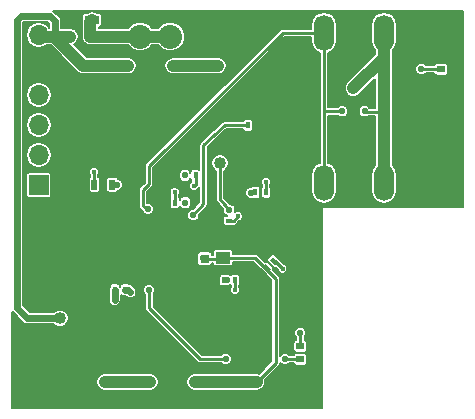
<source format=gbr>
G04 #@! TF.FileFunction,Copper,L2,Bot,Signal*
%FSLAX46Y46*%
G04 Gerber Fmt 4.6, Leading zero omitted, Abs format (unit mm)*
G04 Created by KiCad (PCBNEW 4.0.5) date 05/26/17 17:56:53*
%MOMM*%
%LPD*%
G01*
G04 APERTURE LIST*
%ADD10C,0.100000*%
%ADD11C,2.032000*%
%ADD12C,0.356000*%
%ADD13R,1.200000X0.750000*%
%ADD14R,0.600000X0.800000*%
%ADD15R,1.250000X1.000000*%
%ADD16R,0.750000X0.800000*%
%ADD17R,0.700000X0.600000*%
%ADD18R,1.700000X1.700000*%
%ADD19O,1.700000X1.700000*%
%ADD20O,1.727200X3.048000*%
%ADD21R,0.500000X0.900000*%
%ADD22R,0.400000X0.600000*%
%ADD23C,0.381000*%
%ADD24R,0.600000X0.400000*%
%ADD25C,1.016000*%
%ADD26C,0.558800*%
%ADD27C,0.254000*%
%ADD28C,1.016000*%
%ADD29C,0.558800*%
%ADD30C,0.152400*%
G04 APERTURE END LIST*
D10*
D11*
X13464540Y31521400D03*
X10924540Y31521400D03*
X12194540Y4597400D03*
D12*
X16880840Y18237200D03*
X20881340Y9956800D03*
X20881340Y10617200D03*
X20881340Y9296400D03*
X25681940Y5054600D03*
X25681940Y7594600D03*
X25681940Y10769600D03*
X25681940Y11404600D03*
X25681940Y8229600D03*
X25681940Y6324600D03*
X25681940Y5689600D03*
X25681940Y8864600D03*
X25681940Y10134600D03*
X25681940Y9499600D03*
X25681940Y6959600D03*
X20881340Y7315200D03*
X25681940Y3784600D03*
X16563340Y6756400D03*
X25681940Y4419600D03*
X18544540Y6756400D03*
X20957540Y15265400D03*
X18900140Y22453600D03*
X19204940Y6756400D03*
X17223740Y6756400D03*
X17884140Y6756400D03*
X19865340Y6756400D03*
X20881340Y8636000D03*
X15902940Y6756400D03*
X25681940Y3149600D03*
X25681940Y2514600D03*
X15255240Y6756400D03*
X25681940Y1244600D03*
X25681940Y609600D03*
X20525740Y6756400D03*
X25173940Y11785600D03*
X29085540Y17526000D03*
X27942540Y17526000D03*
X25402540Y15621000D03*
X24640540Y15621000D03*
X23815040Y15621000D03*
X23053040Y15621000D03*
X23815040Y16827500D03*
X23815040Y20066000D03*
X23815040Y21336000D03*
X34546540Y17526000D03*
X20474940Y14782800D03*
X10276840Y17767300D03*
X17693640Y15595600D03*
X36019740Y18516600D03*
X18900140Y20802600D03*
X14937740Y7327900D03*
X18290540Y9550400D03*
X16512540Y10972800D03*
X12588240Y10058400D03*
X19662140Y8166100D03*
X13934440Y7327900D03*
X19662140Y9309100D03*
X25681940Y1879600D03*
X18519140Y8166100D03*
X23230840Y7785100D03*
X20881340Y7975600D03*
X18430240Y17830800D03*
X25212040Y20955000D03*
X23713440Y22517100D03*
X33403540Y17526000D03*
X25212040Y17526000D03*
X25212040Y16383000D03*
X22291040Y15621000D03*
X21529040Y15621000D03*
X21516340Y22123400D03*
X25212040Y22237700D03*
X30228540Y17526000D03*
X18900140Y21640800D03*
X13591540Y12446000D03*
X12956540Y12446000D03*
X12321540Y12446000D03*
X11686540Y12446000D03*
X11051540Y12446000D03*
X11051540Y13081000D03*
X11686540Y13081000D03*
X12321540Y13081000D03*
X12956540Y13081000D03*
X13591540Y13081000D03*
X13591540Y13716000D03*
X12956540Y13716000D03*
X12321540Y13716000D03*
X11686540Y13716000D03*
X11051540Y13716000D03*
X11051540Y14351000D03*
X11686540Y14351000D03*
X12321540Y14351000D03*
X12956540Y14351000D03*
X13591540Y14351000D03*
X13591540Y14986000D03*
X12956540Y14986000D03*
X12321540Y14986000D03*
X11686540Y14986000D03*
X11051540Y14986000D03*
D13*
X6845340Y32943800D03*
X4945340Y32943800D03*
D14*
X4994540Y31521400D03*
X6694540Y31521400D03*
D15*
X17934940Y12804900D03*
X17934940Y14804900D03*
D16*
X16360140Y12712000D03*
X16360140Y14212000D03*
D17*
X36388040Y28769400D03*
X36388040Y27669400D03*
X24475440Y4212500D03*
X24475440Y5312500D03*
D18*
X2313940Y18948400D03*
D19*
X2313940Y21488400D03*
X2313940Y24028400D03*
X2313940Y26568400D03*
X2313940Y29108400D03*
X2313940Y31648400D03*
D20*
X31549340Y31851600D03*
X26469340Y31851600D03*
X31549340Y19151600D03*
X26469340Y19151600D03*
D21*
X7024940Y18999200D03*
X8524940Y18999200D03*
D10*
G36*
X21687953Y11558349D02*
X21263689Y11982613D01*
X21546531Y12265455D01*
X21970795Y11841191D01*
X21687953Y11558349D01*
X21687953Y11558349D01*
G37*
G36*
X22324349Y12194745D02*
X21900085Y12619009D01*
X22182927Y12901851D01*
X22607191Y12477587D01*
X22324349Y12194745D01*
X22324349Y12194745D01*
G37*
D22*
X14740040Y17462500D03*
X13840040Y17462500D03*
X15603640Y19773900D03*
X14703640Y19773900D03*
X20659940Y18338800D03*
X21559940Y18338800D03*
D23*
X7025640Y20053300D03*
X8752840Y9220200D03*
X22964140Y11887200D03*
X19217640Y16306800D03*
X15471140Y18859500D03*
X13832840Y18364200D03*
X18938240Y10058400D03*
X21567140Y19202400D03*
D22*
X8747340Y10109200D03*
X9647340Y10109200D03*
D24*
X18442940Y16833000D03*
X18442940Y15933000D03*
D22*
X18043740Y10909300D03*
X18943740Y10909300D03*
X20924940Y24028400D03*
X20024940Y24028400D03*
D25*
X15547340Y2286000D03*
X7927340Y2286000D03*
X11737340Y2286000D03*
D26*
X16216540Y12801600D03*
D25*
X17668240Y20815300D03*
D26*
X18442940Y16833000D03*
D25*
X28958540Y27152600D03*
D26*
X17515840Y29070300D03*
X13705840Y29070300D03*
X9895840Y29070300D03*
X29908540Y25196800D03*
X10086340Y9880600D03*
D25*
X4117340Y7683500D03*
D26*
X8917940Y18977100D03*
X18251140Y10910800D03*
X14721840Y17472660D03*
X14703640Y19773900D03*
X20291740Y18313400D03*
X34724340Y28778200D03*
X24475440Y6438900D03*
X28008540Y25196800D03*
X11572240Y16916400D03*
X15420340Y16395700D03*
X11635740Y10058400D03*
X18150840Y4216400D03*
X23167340Y4216400D03*
D27*
X21617242Y11911902D02*
X21617242Y11811698D01*
X21617242Y11811698D02*
X21973540Y11455400D01*
X22379940Y3886200D02*
X22379940Y11049000D01*
X20624040Y12804900D02*
X17934940Y12804900D01*
X22379940Y11049000D02*
X21973540Y11455400D01*
X21973540Y11455400D02*
X20624040Y12804900D01*
D28*
X19357340Y2286000D02*
X20779740Y2286000D01*
D27*
X20779740Y2286000D02*
X22379940Y3886200D01*
D28*
X7927340Y2286000D02*
X11737340Y2286000D01*
X15547340Y2286000D02*
X19357340Y2286000D01*
D27*
X22379940Y3886200D02*
X22379940Y3873500D01*
X16360140Y12712000D02*
X17842040Y12712000D01*
X17842040Y12712000D02*
X17934940Y12804900D01*
X16216540Y12801600D02*
X16306140Y12712000D01*
X16306140Y12712000D02*
X16360140Y12712000D01*
X17668240Y20815300D02*
X17668240Y17760100D01*
X17668240Y17760100D02*
X18442940Y16833000D01*
D28*
X31549340Y19151600D02*
X31549340Y31851600D01*
X28958540Y27152600D02*
X31549340Y29743400D01*
X31549340Y29743400D02*
X31549340Y31851600D01*
X3723640Y31521400D02*
X3723640Y31432500D01*
X13705840Y29070300D02*
X17515840Y29070300D01*
X6085840Y29070300D02*
X9895840Y29070300D01*
X3723640Y31432500D02*
X6085840Y29070300D01*
D27*
X31549340Y25146000D02*
X29959340Y25146000D01*
X29959340Y25146000D02*
X29908540Y25196800D01*
X31549340Y31851600D02*
X31549340Y25146000D01*
X31549340Y25146000D02*
X31549340Y19151600D01*
D29*
X9647340Y10109200D02*
X9857740Y10109200D01*
X9857740Y10109200D02*
X10086340Y9880600D01*
X3723640Y31521400D02*
X3723640Y32829500D01*
X1348740Y7683500D02*
X4117340Y7683500D01*
X472440Y8559800D02*
X1348740Y7683500D01*
X472440Y32931100D02*
X472440Y8559800D01*
X815340Y33274000D02*
X472440Y32931100D01*
X3279140Y33274000D02*
X815340Y33274000D01*
X3723640Y32829500D02*
X3279140Y33274000D01*
D28*
X4994540Y31521400D02*
X3723640Y31521400D01*
X3723640Y31521400D02*
X2440940Y31521400D01*
X2440940Y31521400D02*
X2313940Y31648400D01*
D27*
X8895840Y18999200D02*
X8524940Y18999200D01*
X8917940Y18977100D02*
X8895840Y18999200D01*
X18043740Y10909300D02*
X18249640Y10909300D01*
X18249640Y10909300D02*
X18251140Y10910800D01*
X14721840Y17472660D02*
X14732000Y17462500D01*
X14732000Y17462500D02*
X14740040Y17462500D01*
D28*
X6694540Y31521400D02*
X6694540Y32793000D01*
X6694540Y32793000D02*
X6845340Y32943800D01*
X6692940Y31519800D02*
X6694540Y31521400D01*
X13464540Y31521400D02*
X10924540Y31521400D01*
X10924540Y31521400D02*
X6694540Y31521400D01*
D27*
X20291740Y18313400D02*
X20634540Y18313400D01*
X20634540Y18313400D02*
X20659940Y18338800D01*
X20545640Y18313400D02*
X20291740Y18313400D01*
X20329840Y18351500D02*
X20367840Y18351500D01*
X20291740Y18313400D02*
X20329840Y18351500D01*
X20545640Y18313400D02*
X20558340Y18326100D01*
X34733140Y28769400D02*
X36388040Y28769400D01*
X34724340Y28778200D02*
X34733140Y28769400D01*
X24475440Y5312500D02*
X24475440Y6438900D01*
X22253638Y12548298D02*
X22303042Y12548298D01*
X22303042Y12548298D02*
X22964140Y11887200D01*
X18442940Y15933000D02*
X18843840Y15933000D01*
X18843840Y15933000D02*
X19217640Y16306800D01*
X13832840Y18364200D02*
X13832840Y17469700D01*
X13832840Y17469700D02*
X13840040Y17462500D01*
X15603640Y19773900D02*
X15603640Y18992000D01*
X15603640Y18992000D02*
X15471140Y18859500D01*
X15598140Y19768400D02*
X15603640Y19773900D01*
X28008540Y25196800D02*
X26469340Y25196800D01*
X26469340Y19151600D02*
X26469340Y25196800D01*
X26469340Y25196800D02*
X26469340Y31851600D01*
X11572240Y16916400D02*
X11470640Y16916400D01*
X22964140Y31851600D02*
X26469340Y31851600D01*
X11673840Y20561300D02*
X22964140Y31851600D01*
X11673840Y19024600D02*
X11673840Y20561300D01*
X11165840Y18516600D02*
X11673840Y19024600D01*
X11165840Y17221200D02*
X11165840Y18516600D01*
X11470640Y16916400D02*
X11165840Y17221200D01*
X18938240Y10058400D02*
X18938240Y10903800D01*
X18938240Y10903800D02*
X18943740Y10909300D01*
X7025640Y20053300D02*
X7025640Y18999900D01*
X7025640Y18999900D02*
X7024940Y18999200D01*
D29*
X8747340Y10109200D02*
X8747340Y9225700D01*
X8747340Y9225700D02*
X8752840Y9220200D01*
D27*
X18074640Y24028400D02*
X20024940Y24028400D01*
X16271240Y22339300D02*
X18074640Y24028400D01*
X16271240Y17360900D02*
X16271240Y22339300D01*
X15420340Y16395700D02*
X16271240Y17360900D01*
X21559940Y18338800D02*
X21559940Y19195200D01*
X21559940Y19195200D02*
X21567140Y19202400D01*
X11635740Y10058400D02*
X11686540Y10007600D01*
X11686540Y10007600D02*
X11686540Y8521700D01*
X11686540Y8521700D02*
X15991840Y4216400D01*
X15991840Y4216400D02*
X18150840Y4216400D01*
X23171240Y4212500D02*
X24475440Y4212500D01*
X23167340Y4216400D02*
X23171240Y4212500D01*
D30*
G36*
X38280340Y17068800D02*
X26380440Y17068800D01*
X26350794Y17062797D01*
X26325819Y17045732D01*
X26309451Y17020295D01*
X26304240Y16992600D01*
X26304240Y76200D01*
X78740Y76200D01*
X78740Y2140124D01*
X7190612Y2140124D01*
X7302517Y1869295D01*
X7509545Y1661905D01*
X7780178Y1549528D01*
X8073216Y1549272D01*
X8073526Y1549400D01*
X11736697Y1549400D01*
X11883216Y1549272D01*
X12154045Y1661177D01*
X12361435Y1868205D01*
X12473812Y2138838D01*
X12473813Y2140124D01*
X14810612Y2140124D01*
X14922517Y1869295D01*
X15129545Y1661905D01*
X15400178Y1549528D01*
X15693216Y1549272D01*
X15693526Y1549400D01*
X20779740Y1549400D01*
X21061625Y1605470D01*
X21300595Y1765145D01*
X21460270Y2004115D01*
X21516340Y2286000D01*
X21477566Y2480932D01*
X22593113Y3596479D01*
X22631387Y3622053D01*
X22708472Y3737418D01*
X22735540Y3873500D01*
X22735540Y3931166D01*
X22736428Y3929017D01*
X22879206Y3785990D01*
X23065849Y3708489D01*
X23267944Y3708312D01*
X23454723Y3785488D01*
X23526260Y3856900D01*
X23902824Y3856900D01*
X23908302Y3827786D01*
X23958368Y3749982D01*
X24034760Y3697785D01*
X24125440Y3679422D01*
X24825440Y3679422D01*
X24910154Y3695362D01*
X24987958Y3745428D01*
X25040155Y3821820D01*
X25058518Y3912500D01*
X25058518Y4512500D01*
X25042578Y4597214D01*
X24992512Y4675018D01*
X24916120Y4727215D01*
X24825440Y4745578D01*
X24125440Y4745578D01*
X24040726Y4729638D01*
X23962922Y4679572D01*
X23910725Y4603180D01*
X23903621Y4568100D01*
X23534047Y4568100D01*
X23455474Y4646810D01*
X23268831Y4724311D01*
X23066736Y4724488D01*
X22879957Y4647312D01*
X22736930Y4504534D01*
X22735540Y4501187D01*
X22735540Y5612500D01*
X23892362Y5612500D01*
X23892362Y5012500D01*
X23908302Y4927786D01*
X23958368Y4849982D01*
X24034760Y4797785D01*
X24125440Y4779422D01*
X24825440Y4779422D01*
X24910154Y4795362D01*
X24987958Y4845428D01*
X25040155Y4921820D01*
X25058518Y5012500D01*
X25058518Y5612500D01*
X25042578Y5697214D01*
X24992512Y5775018D01*
X24916120Y5827215D01*
X24831040Y5844444D01*
X24831040Y6076086D01*
X24905850Y6150766D01*
X24983351Y6337409D01*
X24983528Y6539504D01*
X24906352Y6726283D01*
X24763574Y6869310D01*
X24576931Y6946811D01*
X24374836Y6946988D01*
X24188057Y6869812D01*
X24045030Y6727034D01*
X23967529Y6540391D01*
X23967352Y6338296D01*
X24044528Y6151517D01*
X24119840Y6076074D01*
X24119840Y5844524D01*
X24040726Y5829638D01*
X23962922Y5779572D01*
X23910725Y5703180D01*
X23892362Y5612500D01*
X22735540Y5612500D01*
X22735540Y11049000D01*
X22708472Y11185082D01*
X22631387Y11300447D01*
X22184245Y11747589D01*
X22203851Y11837971D01*
X22186742Y11928897D01*
X22135606Y12006002D01*
X21711342Y12430266D01*
X21640169Y12478897D01*
X21549751Y12498511D01*
X21458825Y12481402D01*
X21453779Y12478055D01*
X21309605Y12622229D01*
X21667029Y12622229D01*
X21684138Y12531303D01*
X21735274Y12454198D01*
X22159538Y12029934D01*
X22230711Y11981303D01*
X22321129Y11961689D01*
X22376364Y11972082D01*
X22545476Y11802970D01*
X22608637Y11650109D01*
X22726429Y11532111D01*
X22880410Y11468173D01*
X23047138Y11468027D01*
X23201231Y11531697D01*
X23319229Y11649489D01*
X23383167Y11803470D01*
X23383313Y11970198D01*
X23319643Y12124291D01*
X23201851Y12242289D01*
X23048104Y12306130D01*
X22831064Y12523170D01*
X22823138Y12565293D01*
X22772002Y12642398D01*
X22347738Y13066662D01*
X22276565Y13115293D01*
X22186147Y13134907D01*
X22095221Y13117798D01*
X22018116Y13066662D01*
X21735274Y12783820D01*
X21686643Y12712647D01*
X21667029Y12622229D01*
X21309605Y12622229D01*
X20875487Y13056347D01*
X20760123Y13133432D01*
X20624040Y13160500D01*
X18793018Y13160500D01*
X18793018Y13304900D01*
X18777078Y13389614D01*
X18727012Y13467418D01*
X18650620Y13519615D01*
X18559940Y13537978D01*
X17309940Y13537978D01*
X17225226Y13522038D01*
X17147422Y13471972D01*
X17095225Y13395580D01*
X17076862Y13304900D01*
X17076862Y13067600D01*
X16968218Y13067600D01*
X16968218Y13112000D01*
X16952278Y13196714D01*
X16902212Y13274518D01*
X16825820Y13326715D01*
X16735140Y13345078D01*
X15985140Y13345078D01*
X15900426Y13329138D01*
X15822622Y13279072D01*
X15770425Y13202680D01*
X15752062Y13112000D01*
X15752062Y13007689D01*
X15708629Y12903091D01*
X15708452Y12700996D01*
X15752062Y12595452D01*
X15752062Y12312000D01*
X15768002Y12227286D01*
X15818068Y12149482D01*
X15894460Y12097285D01*
X15985140Y12078922D01*
X16735140Y12078922D01*
X16819854Y12094862D01*
X16897658Y12144928D01*
X16949855Y12221320D01*
X16968218Y12312000D01*
X16968218Y12356400D01*
X17076862Y12356400D01*
X17076862Y12304900D01*
X17092802Y12220186D01*
X17142868Y12142382D01*
X17219260Y12090185D01*
X17309940Y12071822D01*
X18559940Y12071822D01*
X18644654Y12087762D01*
X18722458Y12137828D01*
X18774655Y12214220D01*
X18793018Y12304900D01*
X18793018Y12449300D01*
X20476746Y12449300D01*
X21080435Y11845611D01*
X21098878Y11817802D01*
X21523142Y11393538D01*
X21552714Y11373332D01*
X22024340Y10901706D01*
X22024340Y4033494D01*
X20974672Y2983826D01*
X20779740Y3022600D01*
X15547983Y3022600D01*
X15401464Y3022728D01*
X15130635Y2910823D01*
X14923245Y2703795D01*
X14810868Y2433162D01*
X14810612Y2140124D01*
X12473813Y2140124D01*
X12474068Y2431876D01*
X12362163Y2702705D01*
X12155135Y2910095D01*
X11884502Y3022472D01*
X11591464Y3022728D01*
X11591154Y3022600D01*
X7927983Y3022600D01*
X7781464Y3022728D01*
X7510635Y2910823D01*
X7303245Y2703795D01*
X7190868Y2433162D01*
X7190612Y2140124D01*
X78740Y2140124D01*
X78740Y8252208D01*
X113230Y8200590D01*
X989530Y7324290D01*
X1154336Y7214169D01*
X1186590Y7207754D01*
X1348740Y7175500D01*
X3583653Y7175500D01*
X3699545Y7059405D01*
X3970178Y6947028D01*
X4263216Y6946772D01*
X4534045Y7058677D01*
X4741435Y7265705D01*
X4853812Y7536338D01*
X4854068Y7829376D01*
X4742163Y8100205D01*
X4535135Y8307595D01*
X4264502Y8419972D01*
X3971464Y8420228D01*
X3700635Y8308323D01*
X3583608Y8191500D01*
X1559160Y8191500D01*
X980440Y8770220D01*
X980440Y10109200D01*
X8239340Y10109200D01*
X8239340Y9225700D01*
X8278009Y9031297D01*
X8388130Y8866490D01*
X8393630Y8860990D01*
X8558436Y8750869D01*
X8752840Y8712200D01*
X8947243Y8750869D01*
X9112050Y8860990D01*
X9222171Y9025797D01*
X9260840Y9220200D01*
X9255340Y9247851D01*
X9255340Y9685421D01*
X9280268Y9646682D01*
X9356660Y9594485D01*
X9447340Y9576122D01*
X9672398Y9576122D01*
X9727104Y9521416D01*
X9798206Y9450190D01*
X9891933Y9411271D01*
X9891936Y9411269D01*
X9891940Y9411268D01*
X9984849Y9372689D01*
X10186944Y9372512D01*
X10373723Y9449688D01*
X10516750Y9592466D01*
X10594251Y9779109D01*
X10594407Y9957796D01*
X11127652Y9957796D01*
X11204828Y9771017D01*
X11330940Y9644685D01*
X11330940Y8521700D01*
X11358008Y8385617D01*
X11435093Y8270253D01*
X15740393Y3964953D01*
X15855758Y3887868D01*
X15991840Y3860800D01*
X17788026Y3860800D01*
X17862706Y3785990D01*
X18049349Y3708489D01*
X18251444Y3708312D01*
X18438223Y3785488D01*
X18581250Y3928266D01*
X18658751Y4114909D01*
X18658928Y4317004D01*
X18581752Y4503783D01*
X18438974Y4646810D01*
X18252331Y4724311D01*
X18050236Y4724488D01*
X17863457Y4647312D01*
X17788014Y4572000D01*
X16139134Y4572000D01*
X12042140Y8668994D01*
X12042140Y9746298D01*
X12066150Y9770266D01*
X12143651Y9956909D01*
X12143828Y10159004D01*
X12066652Y10345783D01*
X11923874Y10488810D01*
X11737231Y10566311D01*
X11535136Y10566488D01*
X11348357Y10489312D01*
X11205330Y10346534D01*
X11127829Y10159891D01*
X11127652Y9957796D01*
X10594407Y9957796D01*
X10594428Y9981204D01*
X10555672Y10075001D01*
X10555671Y10075004D01*
X10555669Y10075006D01*
X10517252Y10167983D01*
X10374474Y10311010D01*
X10374262Y10311098D01*
X10216950Y10468410D01*
X10052143Y10578531D01*
X9984851Y10591916D01*
X9938020Y10623915D01*
X9847340Y10642278D01*
X9447340Y10642278D01*
X9362626Y10626338D01*
X9284822Y10576272D01*
X9232625Y10499880D01*
X9214262Y10409200D01*
X9214262Y10357859D01*
X9197340Y10332534D01*
X9180418Y10357859D01*
X9180418Y10409200D01*
X9164478Y10493914D01*
X9114412Y10571718D01*
X9038020Y10623915D01*
X8947340Y10642278D01*
X8547340Y10642278D01*
X8462626Y10626338D01*
X8384822Y10576272D01*
X8332625Y10499880D01*
X8314262Y10409200D01*
X8314262Y10357859D01*
X8278009Y10303603D01*
X8239340Y10109200D01*
X980440Y10109200D01*
X980440Y11209300D01*
X17610662Y11209300D01*
X17610662Y10609300D01*
X17626602Y10524586D01*
X17676668Y10446782D01*
X17753060Y10394585D01*
X17843740Y10376222D01*
X18243740Y10376222D01*
X18328454Y10392162D01*
X18344858Y10402718D01*
X18351744Y10402712D01*
X18538523Y10479888D01*
X18548777Y10490125D01*
X18576668Y10446782D01*
X18582640Y10442701D01*
X18582640Y10294880D01*
X18519213Y10142130D01*
X18519067Y9975402D01*
X18582737Y9821309D01*
X18700529Y9703311D01*
X18854510Y9639373D01*
X19021238Y9639227D01*
X19175331Y9702897D01*
X19293329Y9820689D01*
X19357267Y9974670D01*
X19357413Y10141398D01*
X19293840Y10295256D01*
X19293840Y10434237D01*
X19306258Y10442228D01*
X19358455Y10518620D01*
X19376818Y10609300D01*
X19376818Y11209300D01*
X19360878Y11294014D01*
X19310812Y11371818D01*
X19234420Y11424015D01*
X19143740Y11442378D01*
X18743740Y11442378D01*
X18659026Y11426438D01*
X18581222Y11376372D01*
X18549914Y11330552D01*
X18539274Y11341210D01*
X18352631Y11418711D01*
X18342169Y11418720D01*
X18334420Y11424015D01*
X18243740Y11442378D01*
X17843740Y11442378D01*
X17759026Y11426438D01*
X17681222Y11376372D01*
X17629025Y11299980D01*
X17610662Y11209300D01*
X980440Y11209300D01*
X980440Y19798400D01*
X1230862Y19798400D01*
X1230862Y18098400D01*
X1246802Y18013686D01*
X1296868Y17935882D01*
X1373260Y17883685D01*
X1463940Y17865322D01*
X3163940Y17865322D01*
X3248654Y17881262D01*
X3326458Y17931328D01*
X3378655Y18007720D01*
X3397018Y18098400D01*
X3397018Y19449200D01*
X6541862Y19449200D01*
X6541862Y18549200D01*
X6557802Y18464486D01*
X6607868Y18386682D01*
X6684260Y18334485D01*
X6774940Y18316122D01*
X7274940Y18316122D01*
X7359654Y18332062D01*
X7437458Y18382128D01*
X7489655Y18458520D01*
X7508018Y18549200D01*
X7508018Y19449200D01*
X8041862Y19449200D01*
X8041862Y18549200D01*
X8057802Y18464486D01*
X8107868Y18386682D01*
X8184260Y18334485D01*
X8274940Y18316122D01*
X8774940Y18316122D01*
X8859654Y18332062D01*
X8937458Y18382128D01*
X8989655Y18458520D01*
X8991784Y18469035D01*
X9018544Y18469012D01*
X9133715Y18516600D01*
X10810240Y18516600D01*
X10810240Y17221200D01*
X10837308Y17085117D01*
X10914393Y16969753D01*
X11064156Y16819990D01*
X11064152Y16815796D01*
X11141328Y16629017D01*
X11284106Y16485990D01*
X11470749Y16408489D01*
X11672844Y16408312D01*
X11859623Y16485488D01*
X12002650Y16628266D01*
X12080151Y16814909D01*
X12080328Y17017004D01*
X12003152Y17203783D01*
X11860374Y17346810D01*
X11673731Y17424311D01*
X11521440Y17424444D01*
X11521440Y17762500D01*
X13406962Y17762500D01*
X13406962Y17162500D01*
X13422902Y17077786D01*
X13472968Y16999982D01*
X13549360Y16947785D01*
X13640040Y16929422D01*
X14040040Y16929422D01*
X14124754Y16945362D01*
X14202558Y16995428D01*
X14254755Y17071820D01*
X14273118Y17162500D01*
X14273118Y17228380D01*
X14290928Y17185277D01*
X14306962Y17169215D01*
X14306962Y17162500D01*
X14322902Y17077786D01*
X14372968Y16999982D01*
X14449360Y16947785D01*
X14540040Y16929422D01*
X14940040Y16929422D01*
X15024754Y16945362D01*
X15102558Y16995428D01*
X15154755Y17071820D01*
X15173118Y17162500D01*
X15173118Y17234782D01*
X15229751Y17371169D01*
X15229928Y17573264D01*
X15173118Y17710754D01*
X15173118Y17762500D01*
X15157178Y17847214D01*
X15107112Y17925018D01*
X15030720Y17977215D01*
X14940040Y17995578D01*
X14540040Y17995578D01*
X14455326Y17979638D01*
X14377522Y17929572D01*
X14325325Y17853180D01*
X14310464Y17779795D01*
X14291430Y17760794D01*
X14273118Y17716694D01*
X14273118Y17762500D01*
X14257178Y17847214D01*
X14207112Y17925018D01*
X14188440Y17937776D01*
X14188440Y18127720D01*
X14251867Y18280470D01*
X14252013Y18447198D01*
X14188343Y18601291D01*
X14070551Y18719289D01*
X13916570Y18783227D01*
X13749842Y18783373D01*
X13595749Y18719703D01*
X13477751Y18601911D01*
X13413813Y18447930D01*
X13413667Y18281202D01*
X13477240Y18127344D01*
X13477240Y17929159D01*
X13425325Y17853180D01*
X13406962Y17762500D01*
X11521440Y17762500D01*
X11521440Y18369306D01*
X11925287Y18773152D01*
X11978984Y18853515D01*
X12002372Y18888518D01*
X12029440Y19024600D01*
X12029440Y19673296D01*
X14195552Y19673296D01*
X14270562Y19491759D01*
X14270562Y19473900D01*
X14286502Y19389186D01*
X14336568Y19311382D01*
X14412960Y19259185D01*
X14503640Y19240822D01*
X14903640Y19240822D01*
X14988354Y19256762D01*
X15066158Y19306828D01*
X15118355Y19383220D01*
X15136718Y19473900D01*
X15136718Y19492191D01*
X15170562Y19573697D01*
X15170562Y19473900D01*
X15186502Y19389186D01*
X15236568Y19311382D01*
X15248040Y19303543D01*
X15248040Y19220784D01*
X15234049Y19215003D01*
X15116051Y19097211D01*
X15052113Y18943230D01*
X15051967Y18776502D01*
X15115637Y18622409D01*
X15233429Y18504411D01*
X15387410Y18440473D01*
X15554138Y18440327D01*
X15708231Y18503997D01*
X15826229Y18621789D01*
X15890167Y18775770D01*
X15890182Y18793076D01*
X15915640Y18831176D01*
X15915640Y17495265D01*
X15394148Y16903723D01*
X15319736Y16903788D01*
X15132957Y16826612D01*
X14989930Y16683834D01*
X14912429Y16497191D01*
X14912252Y16295096D01*
X14989428Y16108317D01*
X15132206Y15965290D01*
X15318849Y15887789D01*
X15520944Y15887612D01*
X15707723Y15964788D01*
X15850750Y16107566D01*
X15928251Y16294209D01*
X15928374Y16434244D01*
X16537984Y17125743D01*
X16567318Y17176247D01*
X16599772Y17224818D01*
X16601982Y17235929D01*
X16607670Y17245722D01*
X16615443Y17303601D01*
X16626840Y17360900D01*
X16626840Y20669424D01*
X16931512Y20669424D01*
X17043417Y20398595D01*
X17250445Y20191205D01*
X17312640Y20165379D01*
X17312640Y17760100D01*
X17323134Y17707341D01*
X17328880Y17653863D01*
X17336575Y17639768D01*
X17339708Y17624018D01*
X17369591Y17579295D01*
X17395367Y17532083D01*
X17909862Y16916376D01*
X17909862Y16633000D01*
X17925802Y16548286D01*
X17975868Y16470482D01*
X18052260Y16418285D01*
X18142940Y16399922D01*
X18161231Y16399922D01*
X18242737Y16366078D01*
X18142940Y16366078D01*
X18058226Y16350138D01*
X17980422Y16300072D01*
X17928225Y16223680D01*
X17909862Y16133000D01*
X17909862Y15733000D01*
X17925802Y15648286D01*
X17975868Y15570482D01*
X18052260Y15518285D01*
X18142940Y15499922D01*
X18742940Y15499922D01*
X18827654Y15515862D01*
X18905458Y15565928D01*
X18924221Y15593388D01*
X18979923Y15604468D01*
X19095287Y15681553D01*
X19301870Y15888136D01*
X19454731Y15951297D01*
X19572729Y16069089D01*
X19636667Y16223070D01*
X19636813Y16389798D01*
X19573143Y16543891D01*
X19455351Y16661889D01*
X19301370Y16725827D01*
X19134642Y16725973D01*
X18980549Y16662303D01*
X18976018Y16657780D01*
X18976018Y17033000D01*
X18960078Y17117714D01*
X18910012Y17195518D01*
X18833620Y17247715D01*
X18742940Y17266078D01*
X18724649Y17266078D01*
X18544431Y17340911D01*
X18481883Y17340966D01*
X18023840Y17889116D01*
X18023840Y18212796D01*
X19783652Y18212796D01*
X19860828Y18026017D01*
X20003606Y17882990D01*
X20190249Y17805489D01*
X20392344Y17805312D01*
X20415242Y17814773D01*
X20459940Y17805722D01*
X20859940Y17805722D01*
X20944654Y17821662D01*
X21022458Y17871728D01*
X21074655Y17948120D01*
X21093018Y18038800D01*
X21093018Y18638800D01*
X21126862Y18638800D01*
X21126862Y18038800D01*
X21142802Y17954086D01*
X21192868Y17876282D01*
X21269260Y17824085D01*
X21359940Y17805722D01*
X21759940Y17805722D01*
X21844654Y17821662D01*
X21922458Y17871728D01*
X21974655Y17948120D01*
X21993018Y18038800D01*
X21993018Y18638800D01*
X21977078Y18723514D01*
X21927012Y18801318D01*
X21915540Y18809157D01*
X21915540Y18958012D01*
X21922229Y18964689D01*
X21986167Y19118670D01*
X21986313Y19285398D01*
X21922643Y19439491D01*
X21804851Y19557489D01*
X21650870Y19621427D01*
X21484142Y19621573D01*
X21330049Y19557903D01*
X21212051Y19440111D01*
X21148113Y19286130D01*
X21147967Y19119402D01*
X21204340Y18982969D01*
X21204340Y18810324D01*
X21197422Y18805872D01*
X21145225Y18729480D01*
X21126862Y18638800D01*
X21093018Y18638800D01*
X21077078Y18723514D01*
X21027012Y18801318D01*
X20950620Y18853515D01*
X20859940Y18871878D01*
X20459940Y18871878D01*
X20375226Y18855938D01*
X20321512Y18821374D01*
X20191136Y18821488D01*
X20004357Y18744312D01*
X19861330Y18601534D01*
X19783829Y18414891D01*
X19783652Y18212796D01*
X18023840Y18212796D01*
X18023840Y20165229D01*
X18084945Y20190477D01*
X18292335Y20397505D01*
X18404712Y20668138D01*
X18404968Y20961176D01*
X18293063Y21232005D01*
X18086035Y21439395D01*
X17815402Y21551772D01*
X17522364Y21552028D01*
X17251535Y21440123D01*
X17044145Y21233095D01*
X16931768Y20962462D01*
X16931512Y20669424D01*
X16626840Y20669424D01*
X16626840Y22185144D01*
X18215164Y23672800D01*
X19602324Y23672800D01*
X19607802Y23643686D01*
X19657868Y23565882D01*
X19734260Y23513685D01*
X19824940Y23495322D01*
X20224940Y23495322D01*
X20309654Y23511262D01*
X20387458Y23561328D01*
X20439655Y23637720D01*
X20458018Y23728400D01*
X20458018Y24328400D01*
X20442078Y24413114D01*
X20392012Y24490918D01*
X20315620Y24543115D01*
X20224940Y24561478D01*
X19824940Y24561478D01*
X19740226Y24545538D01*
X19662422Y24495472D01*
X19610225Y24419080D01*
X19603121Y24384000D01*
X18074640Y24384000D01*
X18012192Y24371579D01*
X17949377Y24361207D01*
X17944357Y24358086D01*
X17938558Y24356932D01*
X17885626Y24321564D01*
X17831552Y24287938D01*
X16028152Y22598837D01*
X16024708Y22594031D01*
X16019793Y22590747D01*
X15984426Y22537816D01*
X15947335Y22486056D01*
X15945992Y22480297D01*
X15942708Y22475382D01*
X15930285Y22412928D01*
X15915831Y22350932D01*
X15916794Y22345101D01*
X15915640Y22339300D01*
X15915640Y20274048D01*
X15894320Y20288615D01*
X15803640Y20306978D01*
X15403640Y20306978D01*
X15318926Y20291038D01*
X15241122Y20240972D01*
X15188925Y20164580D01*
X15170562Y20073900D01*
X15170562Y19974133D01*
X15136718Y20056041D01*
X15136718Y20073900D01*
X15120778Y20158614D01*
X15070712Y20236418D01*
X14994320Y20288615D01*
X14903640Y20306978D01*
X14503640Y20306978D01*
X14418926Y20291038D01*
X14341122Y20240972D01*
X14288925Y20164580D01*
X14270562Y20073900D01*
X14270562Y20055609D01*
X14195729Y19875391D01*
X14195552Y19673296D01*
X12029440Y19673296D01*
X12029440Y20414006D01*
X23111434Y31496000D01*
X25377140Y31496000D01*
X25377140Y31156865D01*
X25460279Y30738898D01*
X25697038Y30384563D01*
X26051373Y30147804D01*
X26113740Y30135398D01*
X26113740Y20867802D01*
X26051373Y20855396D01*
X25697038Y20618637D01*
X25460279Y20264302D01*
X25377140Y19846335D01*
X25377140Y18456865D01*
X25460279Y18038898D01*
X25697038Y17684563D01*
X26051373Y17447804D01*
X26469340Y17364665D01*
X26887307Y17447804D01*
X27241642Y17684563D01*
X27478401Y18038898D01*
X27561540Y18456865D01*
X27561540Y19846335D01*
X27478401Y20264302D01*
X27241642Y20618637D01*
X26887307Y20855396D01*
X26824940Y20867802D01*
X26824940Y24841200D01*
X27645726Y24841200D01*
X27720406Y24766390D01*
X27907049Y24688889D01*
X28109144Y24688712D01*
X28295923Y24765888D01*
X28438950Y24908666D01*
X28516451Y25095309D01*
X28516628Y25297404D01*
X28439452Y25484183D01*
X28296674Y25627210D01*
X28110031Y25704711D01*
X27907936Y25704888D01*
X27721157Y25627712D01*
X27645714Y25552400D01*
X26824940Y25552400D01*
X26824940Y27006724D01*
X28221812Y27006724D01*
X28333717Y26735895D01*
X28540745Y26528505D01*
X28811378Y26416128D01*
X29104416Y26415872D01*
X29375245Y26527777D01*
X29582635Y26734805D01*
X29582763Y26735113D01*
X30812740Y27965090D01*
X30812740Y25501600D01*
X30322065Y25501600D01*
X30196674Y25627210D01*
X30010031Y25704711D01*
X29807936Y25704888D01*
X29621157Y25627712D01*
X29478130Y25484934D01*
X29400629Y25298291D01*
X29400452Y25096196D01*
X29477628Y24909417D01*
X29620406Y24766390D01*
X29807049Y24688889D01*
X30009144Y24688712D01*
X30195923Y24765888D01*
X30220478Y24790400D01*
X30812740Y24790400D01*
X30812740Y20642492D01*
X30777038Y20618637D01*
X30540279Y20264302D01*
X30457140Y19846335D01*
X30457140Y18456865D01*
X30540279Y18038898D01*
X30777038Y17684563D01*
X31131373Y17447804D01*
X31549340Y17364665D01*
X31967307Y17447804D01*
X32321642Y17684563D01*
X32558401Y18038898D01*
X32641540Y18456865D01*
X32641540Y19846335D01*
X32558401Y20264302D01*
X32321642Y20618637D01*
X32285940Y20642492D01*
X32285940Y28677596D01*
X34216252Y28677596D01*
X34293428Y28490817D01*
X34436206Y28347790D01*
X34622849Y28270289D01*
X34824944Y28270112D01*
X35011723Y28347288D01*
X35078351Y28413800D01*
X35815424Y28413800D01*
X35820902Y28384686D01*
X35870968Y28306882D01*
X35947360Y28254685D01*
X36038040Y28236322D01*
X36738040Y28236322D01*
X36822754Y28252262D01*
X36900558Y28302328D01*
X36952755Y28378720D01*
X36971118Y28469400D01*
X36971118Y29069400D01*
X36955178Y29154114D01*
X36905112Y29231918D01*
X36828720Y29284115D01*
X36738040Y29302478D01*
X36038040Y29302478D01*
X35953326Y29286538D01*
X35875522Y29236472D01*
X35823325Y29160080D01*
X35816221Y29125000D01*
X35095938Y29125000D01*
X35012474Y29208610D01*
X34825831Y29286111D01*
X34623736Y29286288D01*
X34436957Y29209112D01*
X34293930Y29066334D01*
X34216429Y28879691D01*
X34216252Y28677596D01*
X32285940Y28677596D01*
X32285940Y30360708D01*
X32321642Y30384563D01*
X32558401Y30738898D01*
X32641540Y31156865D01*
X32641540Y32546335D01*
X32558401Y32964302D01*
X32321642Y33318637D01*
X31967307Y33555396D01*
X31549340Y33638535D01*
X31131373Y33555396D01*
X30777038Y33318637D01*
X30540279Y32964302D01*
X30457140Y32546335D01*
X30457140Y31156865D01*
X30540279Y30738898D01*
X30777038Y30384563D01*
X30812740Y30360708D01*
X30812740Y30048510D01*
X28437685Y27673455D01*
X28334445Y27570395D01*
X28222068Y27299762D01*
X28221812Y27006724D01*
X26824940Y27006724D01*
X26824940Y30135398D01*
X26887307Y30147804D01*
X27241642Y30384563D01*
X27478401Y30738898D01*
X27561540Y31156865D01*
X27561540Y32546335D01*
X27478401Y32964302D01*
X27241642Y33318637D01*
X26887307Y33555396D01*
X26469340Y33638535D01*
X26051373Y33555396D01*
X25697038Y33318637D01*
X25460279Y32964302D01*
X25377140Y32546335D01*
X25377140Y32207200D01*
X22964140Y32207200D01*
X22828058Y32180132D01*
X22727634Y32113030D01*
X22712693Y32103047D01*
X11422393Y20812747D01*
X11345308Y20697383D01*
X11345308Y20697382D01*
X11318240Y20561300D01*
X11318240Y19171895D01*
X10914393Y18768047D01*
X10837308Y18652683D01*
X10829941Y18615647D01*
X10810240Y18516600D01*
X9133715Y18516600D01*
X9205323Y18546188D01*
X9348350Y18688966D01*
X9425851Y18875609D01*
X9426028Y19077704D01*
X9348852Y19264483D01*
X9206074Y19407510D01*
X9019431Y19485011D01*
X9001277Y19485027D01*
X8992078Y19533914D01*
X8942012Y19611718D01*
X8865620Y19663915D01*
X8774940Y19682278D01*
X8274940Y19682278D01*
X8190226Y19666338D01*
X8112422Y19616272D01*
X8060225Y19539880D01*
X8041862Y19449200D01*
X7508018Y19449200D01*
X7492078Y19533914D01*
X7442012Y19611718D01*
X7381240Y19653242D01*
X7381240Y19816820D01*
X7444667Y19969570D01*
X7444813Y20136298D01*
X7381143Y20290391D01*
X7263351Y20408389D01*
X7109370Y20472327D01*
X6942642Y20472473D01*
X6788549Y20408803D01*
X6670551Y20291011D01*
X6606613Y20137030D01*
X6606467Y19970302D01*
X6670040Y19816444D01*
X6670040Y19653349D01*
X6612422Y19616272D01*
X6560225Y19539880D01*
X6541862Y19449200D01*
X3397018Y19449200D01*
X3397018Y19798400D01*
X3381078Y19883114D01*
X3331012Y19960918D01*
X3254620Y20013115D01*
X3163940Y20031478D01*
X1463940Y20031478D01*
X1379226Y20015538D01*
X1301422Y19965472D01*
X1249225Y19889080D01*
X1230862Y19798400D01*
X980440Y19798400D01*
X980440Y21488400D01*
X1214209Y21488400D01*
X1296313Y21075638D01*
X1530124Y20725715D01*
X1880047Y20491904D01*
X2292809Y20409800D01*
X2335071Y20409800D01*
X2747833Y20491904D01*
X3097756Y20725715D01*
X3331567Y21075638D01*
X3413671Y21488400D01*
X3331567Y21901162D01*
X3097756Y22251085D01*
X2747833Y22484896D01*
X2335071Y22567000D01*
X2292809Y22567000D01*
X1880047Y22484896D01*
X1530124Y22251085D01*
X1296313Y21901162D01*
X1214209Y21488400D01*
X980440Y21488400D01*
X980440Y24028400D01*
X1214209Y24028400D01*
X1296313Y23615638D01*
X1530124Y23265715D01*
X1880047Y23031904D01*
X2292809Y22949800D01*
X2335071Y22949800D01*
X2747833Y23031904D01*
X3097756Y23265715D01*
X3331567Y23615638D01*
X3413671Y24028400D01*
X3331567Y24441162D01*
X3097756Y24791085D01*
X2747833Y25024896D01*
X2335071Y25107000D01*
X2292809Y25107000D01*
X1880047Y25024896D01*
X1530124Y24791085D01*
X1296313Y24441162D01*
X1214209Y24028400D01*
X980440Y24028400D01*
X980440Y26568400D01*
X1214209Y26568400D01*
X1296313Y26155638D01*
X1530124Y25805715D01*
X1880047Y25571904D01*
X2292809Y25489800D01*
X2335071Y25489800D01*
X2747833Y25571904D01*
X3097756Y25805715D01*
X3331567Y26155638D01*
X3413671Y26568400D01*
X3331567Y26981162D01*
X3097756Y27331085D01*
X2747833Y27564896D01*
X2335071Y27647000D01*
X2292809Y27647000D01*
X1880047Y27564896D01*
X1530124Y27331085D01*
X1296313Y26981162D01*
X1214209Y26568400D01*
X980440Y26568400D01*
X980440Y32720680D01*
X1025760Y32766000D01*
X3068720Y32766000D01*
X3215640Y32619080D01*
X3215640Y32258000D01*
X3200044Y32258000D01*
X3097756Y32411085D01*
X2747833Y32644896D01*
X2335071Y32727000D01*
X2292809Y32727000D01*
X1880047Y32644896D01*
X1530124Y32411085D01*
X1296313Y32061162D01*
X1214209Y31648400D01*
X1296313Y31235638D01*
X1530124Y30885715D01*
X1880047Y30651904D01*
X2292809Y30569800D01*
X2335071Y30569800D01*
X2747833Y30651904D01*
X2946726Y30784800D01*
X3329630Y30784800D01*
X5564985Y28549445D01*
X5803955Y28389770D01*
X6085840Y28333700D01*
X9895840Y28333700D01*
X10177725Y28389770D01*
X10416695Y28549445D01*
X10576370Y28788415D01*
X10632440Y29070300D01*
X12969240Y29070300D01*
X13025310Y28788415D01*
X13184985Y28549445D01*
X13423955Y28389770D01*
X13705840Y28333700D01*
X17515840Y28333700D01*
X17797725Y28389770D01*
X18036695Y28549445D01*
X18196370Y28788415D01*
X18252440Y29070300D01*
X18196370Y29352185D01*
X18036695Y29591155D01*
X17797725Y29750830D01*
X17515840Y29806900D01*
X13705840Y29806900D01*
X13423955Y29750830D01*
X13184985Y29591155D01*
X13025310Y29352185D01*
X12969240Y29070300D01*
X10632440Y29070300D01*
X10576370Y29352185D01*
X10416695Y29591155D01*
X10177725Y29750830D01*
X9895840Y29806900D01*
X6390950Y29806900D01*
X5324714Y30873136D01*
X5368179Y30902178D01*
X5379254Y30904262D01*
X5457058Y30954328D01*
X5466158Y30967646D01*
X5515395Y31000545D01*
X5675070Y31239515D01*
X5730821Y31519800D01*
X5956340Y31519800D01*
X6012410Y31237915D01*
X6172085Y30998945D01*
X6224017Y30964245D01*
X6227468Y30958882D01*
X6303860Y30906685D01*
X6312902Y30904854D01*
X6411055Y30839270D01*
X6692940Y30783200D01*
X6700984Y30784800D01*
X9901259Y30784800D01*
X10218610Y30466895D01*
X10675888Y30277017D01*
X11171020Y30276585D01*
X11628628Y30465664D01*
X11948321Y30784800D01*
X12441259Y30784800D01*
X12758610Y30466895D01*
X13215888Y30277017D01*
X13711020Y30276585D01*
X14168628Y30465664D01*
X14519045Y30815470D01*
X14708923Y31272748D01*
X14709355Y31767880D01*
X14520276Y32225488D01*
X14170470Y32575905D01*
X13713192Y32765783D01*
X13218060Y32766215D01*
X12760452Y32577136D01*
X12440759Y32258000D01*
X11947821Y32258000D01*
X11630470Y32575905D01*
X11173192Y32765783D01*
X10678060Y32766215D01*
X10220452Y32577136D01*
X9900759Y32258000D01*
X7431140Y32258000D01*
X7431140Y32335722D01*
X7445340Y32335722D01*
X7530054Y32351662D01*
X7607858Y32401728D01*
X7660055Y32478120D01*
X7678418Y32568800D01*
X7678418Y33318800D01*
X7662478Y33403514D01*
X7612412Y33481318D01*
X7536020Y33533515D01*
X7445340Y33551878D01*
X7235656Y33551878D01*
X7127224Y33624330D01*
X6845340Y33680400D01*
X6563455Y33624330D01*
X6455023Y33551878D01*
X6245340Y33551878D01*
X6160626Y33535938D01*
X6082822Y33485872D01*
X6030625Y33409480D01*
X6012262Y33318800D01*
X6012262Y33066097D01*
X5957940Y32793000D01*
X5957940Y31527844D01*
X5956340Y31519800D01*
X5730821Y31519800D01*
X5731140Y31521400D01*
X5675070Y31803285D01*
X5515395Y32042255D01*
X5468076Y32073873D01*
X5461612Y32083918D01*
X5385220Y32136115D01*
X5370447Y32139107D01*
X5276425Y32201930D01*
X4994540Y32258000D01*
X4231640Y32258000D01*
X4231640Y32829500D01*
X4192971Y33023903D01*
X4082850Y33188710D01*
X3638350Y33633210D01*
X3529712Y33705800D01*
X38280340Y33705800D01*
X38280340Y17068800D01*
X38280340Y17068800D01*
G37*
X38280340Y17068800D02*
X26380440Y17068800D01*
X26350794Y17062797D01*
X26325819Y17045732D01*
X26309451Y17020295D01*
X26304240Y16992600D01*
X26304240Y76200D01*
X78740Y76200D01*
X78740Y2140124D01*
X7190612Y2140124D01*
X7302517Y1869295D01*
X7509545Y1661905D01*
X7780178Y1549528D01*
X8073216Y1549272D01*
X8073526Y1549400D01*
X11736697Y1549400D01*
X11883216Y1549272D01*
X12154045Y1661177D01*
X12361435Y1868205D01*
X12473812Y2138838D01*
X12473813Y2140124D01*
X14810612Y2140124D01*
X14922517Y1869295D01*
X15129545Y1661905D01*
X15400178Y1549528D01*
X15693216Y1549272D01*
X15693526Y1549400D01*
X20779740Y1549400D01*
X21061625Y1605470D01*
X21300595Y1765145D01*
X21460270Y2004115D01*
X21516340Y2286000D01*
X21477566Y2480932D01*
X22593113Y3596479D01*
X22631387Y3622053D01*
X22708472Y3737418D01*
X22735540Y3873500D01*
X22735540Y3931166D01*
X22736428Y3929017D01*
X22879206Y3785990D01*
X23065849Y3708489D01*
X23267944Y3708312D01*
X23454723Y3785488D01*
X23526260Y3856900D01*
X23902824Y3856900D01*
X23908302Y3827786D01*
X23958368Y3749982D01*
X24034760Y3697785D01*
X24125440Y3679422D01*
X24825440Y3679422D01*
X24910154Y3695362D01*
X24987958Y3745428D01*
X25040155Y3821820D01*
X25058518Y3912500D01*
X25058518Y4512500D01*
X25042578Y4597214D01*
X24992512Y4675018D01*
X24916120Y4727215D01*
X24825440Y4745578D01*
X24125440Y4745578D01*
X24040726Y4729638D01*
X23962922Y4679572D01*
X23910725Y4603180D01*
X23903621Y4568100D01*
X23534047Y4568100D01*
X23455474Y4646810D01*
X23268831Y4724311D01*
X23066736Y4724488D01*
X22879957Y4647312D01*
X22736930Y4504534D01*
X22735540Y4501187D01*
X22735540Y5612500D01*
X23892362Y5612500D01*
X23892362Y5012500D01*
X23908302Y4927786D01*
X23958368Y4849982D01*
X24034760Y4797785D01*
X24125440Y4779422D01*
X24825440Y4779422D01*
X24910154Y4795362D01*
X24987958Y4845428D01*
X25040155Y4921820D01*
X25058518Y5012500D01*
X25058518Y5612500D01*
X25042578Y5697214D01*
X24992512Y5775018D01*
X24916120Y5827215D01*
X24831040Y5844444D01*
X24831040Y6076086D01*
X24905850Y6150766D01*
X24983351Y6337409D01*
X24983528Y6539504D01*
X24906352Y6726283D01*
X24763574Y6869310D01*
X24576931Y6946811D01*
X24374836Y6946988D01*
X24188057Y6869812D01*
X24045030Y6727034D01*
X23967529Y6540391D01*
X23967352Y6338296D01*
X24044528Y6151517D01*
X24119840Y6076074D01*
X24119840Y5844524D01*
X24040726Y5829638D01*
X23962922Y5779572D01*
X23910725Y5703180D01*
X23892362Y5612500D01*
X22735540Y5612500D01*
X22735540Y11049000D01*
X22708472Y11185082D01*
X22631387Y11300447D01*
X22184245Y11747589D01*
X22203851Y11837971D01*
X22186742Y11928897D01*
X22135606Y12006002D01*
X21711342Y12430266D01*
X21640169Y12478897D01*
X21549751Y12498511D01*
X21458825Y12481402D01*
X21453779Y12478055D01*
X21309605Y12622229D01*
X21667029Y12622229D01*
X21684138Y12531303D01*
X21735274Y12454198D01*
X22159538Y12029934D01*
X22230711Y11981303D01*
X22321129Y11961689D01*
X22376364Y11972082D01*
X22545476Y11802970D01*
X22608637Y11650109D01*
X22726429Y11532111D01*
X22880410Y11468173D01*
X23047138Y11468027D01*
X23201231Y11531697D01*
X23319229Y11649489D01*
X23383167Y11803470D01*
X23383313Y11970198D01*
X23319643Y12124291D01*
X23201851Y12242289D01*
X23048104Y12306130D01*
X22831064Y12523170D01*
X22823138Y12565293D01*
X22772002Y12642398D01*
X22347738Y13066662D01*
X22276565Y13115293D01*
X22186147Y13134907D01*
X22095221Y13117798D01*
X22018116Y13066662D01*
X21735274Y12783820D01*
X21686643Y12712647D01*
X21667029Y12622229D01*
X21309605Y12622229D01*
X20875487Y13056347D01*
X20760123Y13133432D01*
X20624040Y13160500D01*
X18793018Y13160500D01*
X18793018Y13304900D01*
X18777078Y13389614D01*
X18727012Y13467418D01*
X18650620Y13519615D01*
X18559940Y13537978D01*
X17309940Y13537978D01*
X17225226Y13522038D01*
X17147422Y13471972D01*
X17095225Y13395580D01*
X17076862Y13304900D01*
X17076862Y13067600D01*
X16968218Y13067600D01*
X16968218Y13112000D01*
X16952278Y13196714D01*
X16902212Y13274518D01*
X16825820Y13326715D01*
X16735140Y13345078D01*
X15985140Y13345078D01*
X15900426Y13329138D01*
X15822622Y13279072D01*
X15770425Y13202680D01*
X15752062Y13112000D01*
X15752062Y13007689D01*
X15708629Y12903091D01*
X15708452Y12700996D01*
X15752062Y12595452D01*
X15752062Y12312000D01*
X15768002Y12227286D01*
X15818068Y12149482D01*
X15894460Y12097285D01*
X15985140Y12078922D01*
X16735140Y12078922D01*
X16819854Y12094862D01*
X16897658Y12144928D01*
X16949855Y12221320D01*
X16968218Y12312000D01*
X16968218Y12356400D01*
X17076862Y12356400D01*
X17076862Y12304900D01*
X17092802Y12220186D01*
X17142868Y12142382D01*
X17219260Y12090185D01*
X17309940Y12071822D01*
X18559940Y12071822D01*
X18644654Y12087762D01*
X18722458Y12137828D01*
X18774655Y12214220D01*
X18793018Y12304900D01*
X18793018Y12449300D01*
X20476746Y12449300D01*
X21080435Y11845611D01*
X21098878Y11817802D01*
X21523142Y11393538D01*
X21552714Y11373332D01*
X22024340Y10901706D01*
X22024340Y4033494D01*
X20974672Y2983826D01*
X20779740Y3022600D01*
X15547983Y3022600D01*
X15401464Y3022728D01*
X15130635Y2910823D01*
X14923245Y2703795D01*
X14810868Y2433162D01*
X14810612Y2140124D01*
X12473813Y2140124D01*
X12474068Y2431876D01*
X12362163Y2702705D01*
X12155135Y2910095D01*
X11884502Y3022472D01*
X11591464Y3022728D01*
X11591154Y3022600D01*
X7927983Y3022600D01*
X7781464Y3022728D01*
X7510635Y2910823D01*
X7303245Y2703795D01*
X7190868Y2433162D01*
X7190612Y2140124D01*
X78740Y2140124D01*
X78740Y8252208D01*
X113230Y8200590D01*
X989530Y7324290D01*
X1154336Y7214169D01*
X1186590Y7207754D01*
X1348740Y7175500D01*
X3583653Y7175500D01*
X3699545Y7059405D01*
X3970178Y6947028D01*
X4263216Y6946772D01*
X4534045Y7058677D01*
X4741435Y7265705D01*
X4853812Y7536338D01*
X4854068Y7829376D01*
X4742163Y8100205D01*
X4535135Y8307595D01*
X4264502Y8419972D01*
X3971464Y8420228D01*
X3700635Y8308323D01*
X3583608Y8191500D01*
X1559160Y8191500D01*
X980440Y8770220D01*
X980440Y10109200D01*
X8239340Y10109200D01*
X8239340Y9225700D01*
X8278009Y9031297D01*
X8388130Y8866490D01*
X8393630Y8860990D01*
X8558436Y8750869D01*
X8752840Y8712200D01*
X8947243Y8750869D01*
X9112050Y8860990D01*
X9222171Y9025797D01*
X9260840Y9220200D01*
X9255340Y9247851D01*
X9255340Y9685421D01*
X9280268Y9646682D01*
X9356660Y9594485D01*
X9447340Y9576122D01*
X9672398Y9576122D01*
X9727104Y9521416D01*
X9798206Y9450190D01*
X9891933Y9411271D01*
X9891936Y9411269D01*
X9891940Y9411268D01*
X9984849Y9372689D01*
X10186944Y9372512D01*
X10373723Y9449688D01*
X10516750Y9592466D01*
X10594251Y9779109D01*
X10594407Y9957796D01*
X11127652Y9957796D01*
X11204828Y9771017D01*
X11330940Y9644685D01*
X11330940Y8521700D01*
X11358008Y8385617D01*
X11435093Y8270253D01*
X15740393Y3964953D01*
X15855758Y3887868D01*
X15991840Y3860800D01*
X17788026Y3860800D01*
X17862706Y3785990D01*
X18049349Y3708489D01*
X18251444Y3708312D01*
X18438223Y3785488D01*
X18581250Y3928266D01*
X18658751Y4114909D01*
X18658928Y4317004D01*
X18581752Y4503783D01*
X18438974Y4646810D01*
X18252331Y4724311D01*
X18050236Y4724488D01*
X17863457Y4647312D01*
X17788014Y4572000D01*
X16139134Y4572000D01*
X12042140Y8668994D01*
X12042140Y9746298D01*
X12066150Y9770266D01*
X12143651Y9956909D01*
X12143828Y10159004D01*
X12066652Y10345783D01*
X11923874Y10488810D01*
X11737231Y10566311D01*
X11535136Y10566488D01*
X11348357Y10489312D01*
X11205330Y10346534D01*
X11127829Y10159891D01*
X11127652Y9957796D01*
X10594407Y9957796D01*
X10594428Y9981204D01*
X10555672Y10075001D01*
X10555671Y10075004D01*
X10555669Y10075006D01*
X10517252Y10167983D01*
X10374474Y10311010D01*
X10374262Y10311098D01*
X10216950Y10468410D01*
X10052143Y10578531D01*
X9984851Y10591916D01*
X9938020Y10623915D01*
X9847340Y10642278D01*
X9447340Y10642278D01*
X9362626Y10626338D01*
X9284822Y10576272D01*
X9232625Y10499880D01*
X9214262Y10409200D01*
X9214262Y10357859D01*
X9197340Y10332534D01*
X9180418Y10357859D01*
X9180418Y10409200D01*
X9164478Y10493914D01*
X9114412Y10571718D01*
X9038020Y10623915D01*
X8947340Y10642278D01*
X8547340Y10642278D01*
X8462626Y10626338D01*
X8384822Y10576272D01*
X8332625Y10499880D01*
X8314262Y10409200D01*
X8314262Y10357859D01*
X8278009Y10303603D01*
X8239340Y10109200D01*
X980440Y10109200D01*
X980440Y11209300D01*
X17610662Y11209300D01*
X17610662Y10609300D01*
X17626602Y10524586D01*
X17676668Y10446782D01*
X17753060Y10394585D01*
X17843740Y10376222D01*
X18243740Y10376222D01*
X18328454Y10392162D01*
X18344858Y10402718D01*
X18351744Y10402712D01*
X18538523Y10479888D01*
X18548777Y10490125D01*
X18576668Y10446782D01*
X18582640Y10442701D01*
X18582640Y10294880D01*
X18519213Y10142130D01*
X18519067Y9975402D01*
X18582737Y9821309D01*
X18700529Y9703311D01*
X18854510Y9639373D01*
X19021238Y9639227D01*
X19175331Y9702897D01*
X19293329Y9820689D01*
X19357267Y9974670D01*
X19357413Y10141398D01*
X19293840Y10295256D01*
X19293840Y10434237D01*
X19306258Y10442228D01*
X19358455Y10518620D01*
X19376818Y10609300D01*
X19376818Y11209300D01*
X19360878Y11294014D01*
X19310812Y11371818D01*
X19234420Y11424015D01*
X19143740Y11442378D01*
X18743740Y11442378D01*
X18659026Y11426438D01*
X18581222Y11376372D01*
X18549914Y11330552D01*
X18539274Y11341210D01*
X18352631Y11418711D01*
X18342169Y11418720D01*
X18334420Y11424015D01*
X18243740Y11442378D01*
X17843740Y11442378D01*
X17759026Y11426438D01*
X17681222Y11376372D01*
X17629025Y11299980D01*
X17610662Y11209300D01*
X980440Y11209300D01*
X980440Y19798400D01*
X1230862Y19798400D01*
X1230862Y18098400D01*
X1246802Y18013686D01*
X1296868Y17935882D01*
X1373260Y17883685D01*
X1463940Y17865322D01*
X3163940Y17865322D01*
X3248654Y17881262D01*
X3326458Y17931328D01*
X3378655Y18007720D01*
X3397018Y18098400D01*
X3397018Y19449200D01*
X6541862Y19449200D01*
X6541862Y18549200D01*
X6557802Y18464486D01*
X6607868Y18386682D01*
X6684260Y18334485D01*
X6774940Y18316122D01*
X7274940Y18316122D01*
X7359654Y18332062D01*
X7437458Y18382128D01*
X7489655Y18458520D01*
X7508018Y18549200D01*
X7508018Y19449200D01*
X8041862Y19449200D01*
X8041862Y18549200D01*
X8057802Y18464486D01*
X8107868Y18386682D01*
X8184260Y18334485D01*
X8274940Y18316122D01*
X8774940Y18316122D01*
X8859654Y18332062D01*
X8937458Y18382128D01*
X8989655Y18458520D01*
X8991784Y18469035D01*
X9018544Y18469012D01*
X9133715Y18516600D01*
X10810240Y18516600D01*
X10810240Y17221200D01*
X10837308Y17085117D01*
X10914393Y16969753D01*
X11064156Y16819990D01*
X11064152Y16815796D01*
X11141328Y16629017D01*
X11284106Y16485990D01*
X11470749Y16408489D01*
X11672844Y16408312D01*
X11859623Y16485488D01*
X12002650Y16628266D01*
X12080151Y16814909D01*
X12080328Y17017004D01*
X12003152Y17203783D01*
X11860374Y17346810D01*
X11673731Y17424311D01*
X11521440Y17424444D01*
X11521440Y17762500D01*
X13406962Y17762500D01*
X13406962Y17162500D01*
X13422902Y17077786D01*
X13472968Y16999982D01*
X13549360Y16947785D01*
X13640040Y16929422D01*
X14040040Y16929422D01*
X14124754Y16945362D01*
X14202558Y16995428D01*
X14254755Y17071820D01*
X14273118Y17162500D01*
X14273118Y17228380D01*
X14290928Y17185277D01*
X14306962Y17169215D01*
X14306962Y17162500D01*
X14322902Y17077786D01*
X14372968Y16999982D01*
X14449360Y16947785D01*
X14540040Y16929422D01*
X14940040Y16929422D01*
X15024754Y16945362D01*
X15102558Y16995428D01*
X15154755Y17071820D01*
X15173118Y17162500D01*
X15173118Y17234782D01*
X15229751Y17371169D01*
X15229928Y17573264D01*
X15173118Y17710754D01*
X15173118Y17762500D01*
X15157178Y17847214D01*
X15107112Y17925018D01*
X15030720Y17977215D01*
X14940040Y17995578D01*
X14540040Y17995578D01*
X14455326Y17979638D01*
X14377522Y17929572D01*
X14325325Y17853180D01*
X14310464Y17779795D01*
X14291430Y17760794D01*
X14273118Y17716694D01*
X14273118Y17762500D01*
X14257178Y17847214D01*
X14207112Y17925018D01*
X14188440Y17937776D01*
X14188440Y18127720D01*
X14251867Y18280470D01*
X14252013Y18447198D01*
X14188343Y18601291D01*
X14070551Y18719289D01*
X13916570Y18783227D01*
X13749842Y18783373D01*
X13595749Y18719703D01*
X13477751Y18601911D01*
X13413813Y18447930D01*
X13413667Y18281202D01*
X13477240Y18127344D01*
X13477240Y17929159D01*
X13425325Y17853180D01*
X13406962Y17762500D01*
X11521440Y17762500D01*
X11521440Y18369306D01*
X11925287Y18773152D01*
X11978984Y18853515D01*
X12002372Y18888518D01*
X12029440Y19024600D01*
X12029440Y19673296D01*
X14195552Y19673296D01*
X14270562Y19491759D01*
X14270562Y19473900D01*
X14286502Y19389186D01*
X14336568Y19311382D01*
X14412960Y19259185D01*
X14503640Y19240822D01*
X14903640Y19240822D01*
X14988354Y19256762D01*
X15066158Y19306828D01*
X15118355Y19383220D01*
X15136718Y19473900D01*
X15136718Y19492191D01*
X15170562Y19573697D01*
X15170562Y19473900D01*
X15186502Y19389186D01*
X15236568Y19311382D01*
X15248040Y19303543D01*
X15248040Y19220784D01*
X15234049Y19215003D01*
X15116051Y19097211D01*
X15052113Y18943230D01*
X15051967Y18776502D01*
X15115637Y18622409D01*
X15233429Y18504411D01*
X15387410Y18440473D01*
X15554138Y18440327D01*
X15708231Y18503997D01*
X15826229Y18621789D01*
X15890167Y18775770D01*
X15890182Y18793076D01*
X15915640Y18831176D01*
X15915640Y17495265D01*
X15394148Y16903723D01*
X15319736Y16903788D01*
X15132957Y16826612D01*
X14989930Y16683834D01*
X14912429Y16497191D01*
X14912252Y16295096D01*
X14989428Y16108317D01*
X15132206Y15965290D01*
X15318849Y15887789D01*
X15520944Y15887612D01*
X15707723Y15964788D01*
X15850750Y16107566D01*
X15928251Y16294209D01*
X15928374Y16434244D01*
X16537984Y17125743D01*
X16567318Y17176247D01*
X16599772Y17224818D01*
X16601982Y17235929D01*
X16607670Y17245722D01*
X16615443Y17303601D01*
X16626840Y17360900D01*
X16626840Y20669424D01*
X16931512Y20669424D01*
X17043417Y20398595D01*
X17250445Y20191205D01*
X17312640Y20165379D01*
X17312640Y17760100D01*
X17323134Y17707341D01*
X17328880Y17653863D01*
X17336575Y17639768D01*
X17339708Y17624018D01*
X17369591Y17579295D01*
X17395367Y17532083D01*
X17909862Y16916376D01*
X17909862Y16633000D01*
X17925802Y16548286D01*
X17975868Y16470482D01*
X18052260Y16418285D01*
X18142940Y16399922D01*
X18161231Y16399922D01*
X18242737Y16366078D01*
X18142940Y16366078D01*
X18058226Y16350138D01*
X17980422Y16300072D01*
X17928225Y16223680D01*
X17909862Y16133000D01*
X17909862Y15733000D01*
X17925802Y15648286D01*
X17975868Y15570482D01*
X18052260Y15518285D01*
X18142940Y15499922D01*
X18742940Y15499922D01*
X18827654Y15515862D01*
X18905458Y15565928D01*
X18924221Y15593388D01*
X18979923Y15604468D01*
X19095287Y15681553D01*
X19301870Y15888136D01*
X19454731Y15951297D01*
X19572729Y16069089D01*
X19636667Y16223070D01*
X19636813Y16389798D01*
X19573143Y16543891D01*
X19455351Y16661889D01*
X19301370Y16725827D01*
X19134642Y16725973D01*
X18980549Y16662303D01*
X18976018Y16657780D01*
X18976018Y17033000D01*
X18960078Y17117714D01*
X18910012Y17195518D01*
X18833620Y17247715D01*
X18742940Y17266078D01*
X18724649Y17266078D01*
X18544431Y17340911D01*
X18481883Y17340966D01*
X18023840Y17889116D01*
X18023840Y18212796D01*
X19783652Y18212796D01*
X19860828Y18026017D01*
X20003606Y17882990D01*
X20190249Y17805489D01*
X20392344Y17805312D01*
X20415242Y17814773D01*
X20459940Y17805722D01*
X20859940Y17805722D01*
X20944654Y17821662D01*
X21022458Y17871728D01*
X21074655Y17948120D01*
X21093018Y18038800D01*
X21093018Y18638800D01*
X21126862Y18638800D01*
X21126862Y18038800D01*
X21142802Y17954086D01*
X21192868Y17876282D01*
X21269260Y17824085D01*
X21359940Y17805722D01*
X21759940Y17805722D01*
X21844654Y17821662D01*
X21922458Y17871728D01*
X21974655Y17948120D01*
X21993018Y18038800D01*
X21993018Y18638800D01*
X21977078Y18723514D01*
X21927012Y18801318D01*
X21915540Y18809157D01*
X21915540Y18958012D01*
X21922229Y18964689D01*
X21986167Y19118670D01*
X21986313Y19285398D01*
X21922643Y19439491D01*
X21804851Y19557489D01*
X21650870Y19621427D01*
X21484142Y19621573D01*
X21330049Y19557903D01*
X21212051Y19440111D01*
X21148113Y19286130D01*
X21147967Y19119402D01*
X21204340Y18982969D01*
X21204340Y18810324D01*
X21197422Y18805872D01*
X21145225Y18729480D01*
X21126862Y18638800D01*
X21093018Y18638800D01*
X21077078Y18723514D01*
X21027012Y18801318D01*
X20950620Y18853515D01*
X20859940Y18871878D01*
X20459940Y18871878D01*
X20375226Y18855938D01*
X20321512Y18821374D01*
X20191136Y18821488D01*
X20004357Y18744312D01*
X19861330Y18601534D01*
X19783829Y18414891D01*
X19783652Y18212796D01*
X18023840Y18212796D01*
X18023840Y20165229D01*
X18084945Y20190477D01*
X18292335Y20397505D01*
X18404712Y20668138D01*
X18404968Y20961176D01*
X18293063Y21232005D01*
X18086035Y21439395D01*
X17815402Y21551772D01*
X17522364Y21552028D01*
X17251535Y21440123D01*
X17044145Y21233095D01*
X16931768Y20962462D01*
X16931512Y20669424D01*
X16626840Y20669424D01*
X16626840Y22185144D01*
X18215164Y23672800D01*
X19602324Y23672800D01*
X19607802Y23643686D01*
X19657868Y23565882D01*
X19734260Y23513685D01*
X19824940Y23495322D01*
X20224940Y23495322D01*
X20309654Y23511262D01*
X20387458Y23561328D01*
X20439655Y23637720D01*
X20458018Y23728400D01*
X20458018Y24328400D01*
X20442078Y24413114D01*
X20392012Y24490918D01*
X20315620Y24543115D01*
X20224940Y24561478D01*
X19824940Y24561478D01*
X19740226Y24545538D01*
X19662422Y24495472D01*
X19610225Y24419080D01*
X19603121Y24384000D01*
X18074640Y24384000D01*
X18012192Y24371579D01*
X17949377Y24361207D01*
X17944357Y24358086D01*
X17938558Y24356932D01*
X17885626Y24321564D01*
X17831552Y24287938D01*
X16028152Y22598837D01*
X16024708Y22594031D01*
X16019793Y22590747D01*
X15984426Y22537816D01*
X15947335Y22486056D01*
X15945992Y22480297D01*
X15942708Y22475382D01*
X15930285Y22412928D01*
X15915831Y22350932D01*
X15916794Y22345101D01*
X15915640Y22339300D01*
X15915640Y20274048D01*
X15894320Y20288615D01*
X15803640Y20306978D01*
X15403640Y20306978D01*
X15318926Y20291038D01*
X15241122Y20240972D01*
X15188925Y20164580D01*
X15170562Y20073900D01*
X15170562Y19974133D01*
X15136718Y20056041D01*
X15136718Y20073900D01*
X15120778Y20158614D01*
X15070712Y20236418D01*
X14994320Y20288615D01*
X14903640Y20306978D01*
X14503640Y20306978D01*
X14418926Y20291038D01*
X14341122Y20240972D01*
X14288925Y20164580D01*
X14270562Y20073900D01*
X14270562Y20055609D01*
X14195729Y19875391D01*
X14195552Y19673296D01*
X12029440Y19673296D01*
X12029440Y20414006D01*
X23111434Y31496000D01*
X25377140Y31496000D01*
X25377140Y31156865D01*
X25460279Y30738898D01*
X25697038Y30384563D01*
X26051373Y30147804D01*
X26113740Y30135398D01*
X26113740Y20867802D01*
X26051373Y20855396D01*
X25697038Y20618637D01*
X25460279Y20264302D01*
X25377140Y19846335D01*
X25377140Y18456865D01*
X25460279Y18038898D01*
X25697038Y17684563D01*
X26051373Y17447804D01*
X26469340Y17364665D01*
X26887307Y17447804D01*
X27241642Y17684563D01*
X27478401Y18038898D01*
X27561540Y18456865D01*
X27561540Y19846335D01*
X27478401Y20264302D01*
X27241642Y20618637D01*
X26887307Y20855396D01*
X26824940Y20867802D01*
X26824940Y24841200D01*
X27645726Y24841200D01*
X27720406Y24766390D01*
X27907049Y24688889D01*
X28109144Y24688712D01*
X28295923Y24765888D01*
X28438950Y24908666D01*
X28516451Y25095309D01*
X28516628Y25297404D01*
X28439452Y25484183D01*
X28296674Y25627210D01*
X28110031Y25704711D01*
X27907936Y25704888D01*
X27721157Y25627712D01*
X27645714Y25552400D01*
X26824940Y25552400D01*
X26824940Y27006724D01*
X28221812Y27006724D01*
X28333717Y26735895D01*
X28540745Y26528505D01*
X28811378Y26416128D01*
X29104416Y26415872D01*
X29375245Y26527777D01*
X29582635Y26734805D01*
X29582763Y26735113D01*
X30812740Y27965090D01*
X30812740Y25501600D01*
X30322065Y25501600D01*
X30196674Y25627210D01*
X30010031Y25704711D01*
X29807936Y25704888D01*
X29621157Y25627712D01*
X29478130Y25484934D01*
X29400629Y25298291D01*
X29400452Y25096196D01*
X29477628Y24909417D01*
X29620406Y24766390D01*
X29807049Y24688889D01*
X30009144Y24688712D01*
X30195923Y24765888D01*
X30220478Y24790400D01*
X30812740Y24790400D01*
X30812740Y20642492D01*
X30777038Y20618637D01*
X30540279Y20264302D01*
X30457140Y19846335D01*
X30457140Y18456865D01*
X30540279Y18038898D01*
X30777038Y17684563D01*
X31131373Y17447804D01*
X31549340Y17364665D01*
X31967307Y17447804D01*
X32321642Y17684563D01*
X32558401Y18038898D01*
X32641540Y18456865D01*
X32641540Y19846335D01*
X32558401Y20264302D01*
X32321642Y20618637D01*
X32285940Y20642492D01*
X32285940Y28677596D01*
X34216252Y28677596D01*
X34293428Y28490817D01*
X34436206Y28347790D01*
X34622849Y28270289D01*
X34824944Y28270112D01*
X35011723Y28347288D01*
X35078351Y28413800D01*
X35815424Y28413800D01*
X35820902Y28384686D01*
X35870968Y28306882D01*
X35947360Y28254685D01*
X36038040Y28236322D01*
X36738040Y28236322D01*
X36822754Y28252262D01*
X36900558Y28302328D01*
X36952755Y28378720D01*
X36971118Y28469400D01*
X36971118Y29069400D01*
X36955178Y29154114D01*
X36905112Y29231918D01*
X36828720Y29284115D01*
X36738040Y29302478D01*
X36038040Y29302478D01*
X35953326Y29286538D01*
X35875522Y29236472D01*
X35823325Y29160080D01*
X35816221Y29125000D01*
X35095938Y29125000D01*
X35012474Y29208610D01*
X34825831Y29286111D01*
X34623736Y29286288D01*
X34436957Y29209112D01*
X34293930Y29066334D01*
X34216429Y28879691D01*
X34216252Y28677596D01*
X32285940Y28677596D01*
X32285940Y30360708D01*
X32321642Y30384563D01*
X32558401Y30738898D01*
X32641540Y31156865D01*
X32641540Y32546335D01*
X32558401Y32964302D01*
X32321642Y33318637D01*
X31967307Y33555396D01*
X31549340Y33638535D01*
X31131373Y33555396D01*
X30777038Y33318637D01*
X30540279Y32964302D01*
X30457140Y32546335D01*
X30457140Y31156865D01*
X30540279Y30738898D01*
X30777038Y30384563D01*
X30812740Y30360708D01*
X30812740Y30048510D01*
X28437685Y27673455D01*
X28334445Y27570395D01*
X28222068Y27299762D01*
X28221812Y27006724D01*
X26824940Y27006724D01*
X26824940Y30135398D01*
X26887307Y30147804D01*
X27241642Y30384563D01*
X27478401Y30738898D01*
X27561540Y31156865D01*
X27561540Y32546335D01*
X27478401Y32964302D01*
X27241642Y33318637D01*
X26887307Y33555396D01*
X26469340Y33638535D01*
X26051373Y33555396D01*
X25697038Y33318637D01*
X25460279Y32964302D01*
X25377140Y32546335D01*
X25377140Y32207200D01*
X22964140Y32207200D01*
X22828058Y32180132D01*
X22727634Y32113030D01*
X22712693Y32103047D01*
X11422393Y20812747D01*
X11345308Y20697383D01*
X11345308Y20697382D01*
X11318240Y20561300D01*
X11318240Y19171895D01*
X10914393Y18768047D01*
X10837308Y18652683D01*
X10829941Y18615647D01*
X10810240Y18516600D01*
X9133715Y18516600D01*
X9205323Y18546188D01*
X9348350Y18688966D01*
X9425851Y18875609D01*
X9426028Y19077704D01*
X9348852Y19264483D01*
X9206074Y19407510D01*
X9019431Y19485011D01*
X9001277Y19485027D01*
X8992078Y19533914D01*
X8942012Y19611718D01*
X8865620Y19663915D01*
X8774940Y19682278D01*
X8274940Y19682278D01*
X8190226Y19666338D01*
X8112422Y19616272D01*
X8060225Y19539880D01*
X8041862Y19449200D01*
X7508018Y19449200D01*
X7492078Y19533914D01*
X7442012Y19611718D01*
X7381240Y19653242D01*
X7381240Y19816820D01*
X7444667Y19969570D01*
X7444813Y20136298D01*
X7381143Y20290391D01*
X7263351Y20408389D01*
X7109370Y20472327D01*
X6942642Y20472473D01*
X6788549Y20408803D01*
X6670551Y20291011D01*
X6606613Y20137030D01*
X6606467Y19970302D01*
X6670040Y19816444D01*
X6670040Y19653349D01*
X6612422Y19616272D01*
X6560225Y19539880D01*
X6541862Y19449200D01*
X3397018Y19449200D01*
X3397018Y19798400D01*
X3381078Y19883114D01*
X3331012Y19960918D01*
X3254620Y20013115D01*
X3163940Y20031478D01*
X1463940Y20031478D01*
X1379226Y20015538D01*
X1301422Y19965472D01*
X1249225Y19889080D01*
X1230862Y19798400D01*
X980440Y19798400D01*
X980440Y21488400D01*
X1214209Y21488400D01*
X1296313Y21075638D01*
X1530124Y20725715D01*
X1880047Y20491904D01*
X2292809Y20409800D01*
X2335071Y20409800D01*
X2747833Y20491904D01*
X3097756Y20725715D01*
X3331567Y21075638D01*
X3413671Y21488400D01*
X3331567Y21901162D01*
X3097756Y22251085D01*
X2747833Y22484896D01*
X2335071Y22567000D01*
X2292809Y22567000D01*
X1880047Y22484896D01*
X1530124Y22251085D01*
X1296313Y21901162D01*
X1214209Y21488400D01*
X980440Y21488400D01*
X980440Y24028400D01*
X1214209Y24028400D01*
X1296313Y23615638D01*
X1530124Y23265715D01*
X1880047Y23031904D01*
X2292809Y22949800D01*
X2335071Y22949800D01*
X2747833Y23031904D01*
X3097756Y23265715D01*
X3331567Y23615638D01*
X3413671Y24028400D01*
X3331567Y24441162D01*
X3097756Y24791085D01*
X2747833Y25024896D01*
X2335071Y25107000D01*
X2292809Y25107000D01*
X1880047Y25024896D01*
X1530124Y24791085D01*
X1296313Y24441162D01*
X1214209Y24028400D01*
X980440Y24028400D01*
X980440Y26568400D01*
X1214209Y26568400D01*
X1296313Y26155638D01*
X1530124Y25805715D01*
X1880047Y25571904D01*
X2292809Y25489800D01*
X2335071Y25489800D01*
X2747833Y25571904D01*
X3097756Y25805715D01*
X3331567Y26155638D01*
X3413671Y26568400D01*
X3331567Y26981162D01*
X3097756Y27331085D01*
X2747833Y27564896D01*
X2335071Y27647000D01*
X2292809Y27647000D01*
X1880047Y27564896D01*
X1530124Y27331085D01*
X1296313Y26981162D01*
X1214209Y26568400D01*
X980440Y26568400D01*
X980440Y32720680D01*
X1025760Y32766000D01*
X3068720Y32766000D01*
X3215640Y32619080D01*
X3215640Y32258000D01*
X3200044Y32258000D01*
X3097756Y32411085D01*
X2747833Y32644896D01*
X2335071Y32727000D01*
X2292809Y32727000D01*
X1880047Y32644896D01*
X1530124Y32411085D01*
X1296313Y32061162D01*
X1214209Y31648400D01*
X1296313Y31235638D01*
X1530124Y30885715D01*
X1880047Y30651904D01*
X2292809Y30569800D01*
X2335071Y30569800D01*
X2747833Y30651904D01*
X2946726Y30784800D01*
X3329630Y30784800D01*
X5564985Y28549445D01*
X5803955Y28389770D01*
X6085840Y28333700D01*
X9895840Y28333700D01*
X10177725Y28389770D01*
X10416695Y28549445D01*
X10576370Y28788415D01*
X10632440Y29070300D01*
X12969240Y29070300D01*
X13025310Y28788415D01*
X13184985Y28549445D01*
X13423955Y28389770D01*
X13705840Y28333700D01*
X17515840Y28333700D01*
X17797725Y28389770D01*
X18036695Y28549445D01*
X18196370Y28788415D01*
X18252440Y29070300D01*
X18196370Y29352185D01*
X18036695Y29591155D01*
X17797725Y29750830D01*
X17515840Y29806900D01*
X13705840Y29806900D01*
X13423955Y29750830D01*
X13184985Y29591155D01*
X13025310Y29352185D01*
X12969240Y29070300D01*
X10632440Y29070300D01*
X10576370Y29352185D01*
X10416695Y29591155D01*
X10177725Y29750830D01*
X9895840Y29806900D01*
X6390950Y29806900D01*
X5324714Y30873136D01*
X5368179Y30902178D01*
X5379254Y30904262D01*
X5457058Y30954328D01*
X5466158Y30967646D01*
X5515395Y31000545D01*
X5675070Y31239515D01*
X5730821Y31519800D01*
X5956340Y31519800D01*
X6012410Y31237915D01*
X6172085Y30998945D01*
X6224017Y30964245D01*
X6227468Y30958882D01*
X6303860Y30906685D01*
X6312902Y30904854D01*
X6411055Y30839270D01*
X6692940Y30783200D01*
X6700984Y30784800D01*
X9901259Y30784800D01*
X10218610Y30466895D01*
X10675888Y30277017D01*
X11171020Y30276585D01*
X11628628Y30465664D01*
X11948321Y30784800D01*
X12441259Y30784800D01*
X12758610Y30466895D01*
X13215888Y30277017D01*
X13711020Y30276585D01*
X14168628Y30465664D01*
X14519045Y30815470D01*
X14708923Y31272748D01*
X14709355Y31767880D01*
X14520276Y32225488D01*
X14170470Y32575905D01*
X13713192Y32765783D01*
X13218060Y32766215D01*
X12760452Y32577136D01*
X12440759Y32258000D01*
X11947821Y32258000D01*
X11630470Y32575905D01*
X11173192Y32765783D01*
X10678060Y32766215D01*
X10220452Y32577136D01*
X9900759Y32258000D01*
X7431140Y32258000D01*
X7431140Y32335722D01*
X7445340Y32335722D01*
X7530054Y32351662D01*
X7607858Y32401728D01*
X7660055Y32478120D01*
X7678418Y32568800D01*
X7678418Y33318800D01*
X7662478Y33403514D01*
X7612412Y33481318D01*
X7536020Y33533515D01*
X7445340Y33551878D01*
X7235656Y33551878D01*
X7127224Y33624330D01*
X6845340Y33680400D01*
X6563455Y33624330D01*
X6455023Y33551878D01*
X6245340Y33551878D01*
X6160626Y33535938D01*
X6082822Y33485872D01*
X6030625Y33409480D01*
X6012262Y33318800D01*
X6012262Y33066097D01*
X5957940Y32793000D01*
X5957940Y31527844D01*
X5956340Y31519800D01*
X5730821Y31519800D01*
X5731140Y31521400D01*
X5675070Y31803285D01*
X5515395Y32042255D01*
X5468076Y32073873D01*
X5461612Y32083918D01*
X5385220Y32136115D01*
X5370447Y32139107D01*
X5276425Y32201930D01*
X4994540Y32258000D01*
X4231640Y32258000D01*
X4231640Y32829500D01*
X4192971Y33023903D01*
X4082850Y33188710D01*
X3638350Y33633210D01*
X3529712Y33705800D01*
X38280340Y33705800D01*
X38280340Y17068800D01*
M02*

</source>
